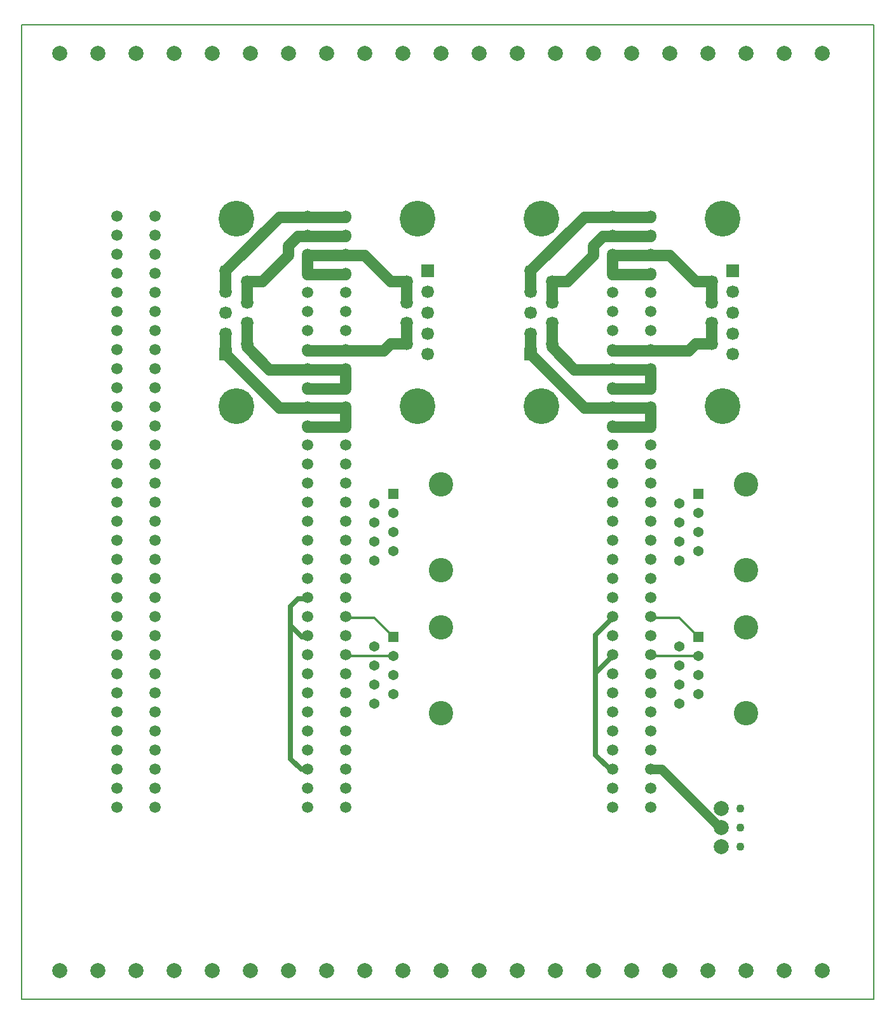
<source format=gtl>
%FSTAX23Y23*%
%MOMM*%
%SFA1B1*%

%IPPOS*%
%ADD10C,0.639999*%
%ADD11C,1.519997*%
%ADD12C,0.299999*%
%ADD13C,1.269997*%
%ADD14C,0.130000*%
%ADD15C,3.249994*%
%ADD16C,1.369997*%
%ADD17R,1.369997X1.369997*%
%ADD18C,1.519997*%
%ADD19C,4.759990*%
%ADD20R,1.689997X1.689997*%
%ADD21C,1.689997*%
%ADD22C,1.999996*%
%ADD23C,1.099998*%
%LNbackplane-1*%
%LPD*%
G54D10*
X117089Y124709D02*
X119379Y126999D01*
X117089Y119629D02*
Y124709D01*
Y119629D02*
X119379Y121919D01*
X117089Y108709D02*
Y119629D01*
X76449Y125989D02*
Y128519D01*
Y108199D02*
Y125989D01*
X77979Y124459*
X76449Y128519D02*
X77469Y129539D01*
X78739*
X117089Y108709D02*
X118999Y106809D01*
X76449Y108199D02*
X77849Y106809D01*
X78739*
G54D11*
X111299Y171789D02*
X113379D01*
X116839Y175259*
Y176529*
X118109Y177799*
X119379*
X124459*
X108459Y170409D02*
Y173179D01*
X115619Y180339*
X119379*
X124459*
X111299Y169019D02*
Y171789D01*
X108459Y162099D02*
Y164869D01*
Y162099D02*
X115619Y154939D01*
X124459Y152399D02*
Y154939D01*
X119379Y152399D02*
X124459D01*
X115619Y154939D02*
X119379D01*
X124459*
X111299Y163019D02*
X114299Y160019D01*
X124459Y157479D02*
Y160019D01*
X119379Y157479D02*
X124459D01*
X111299Y163019D02*
Y163489D01*
Y166259*
X114299Y160019D02*
X119379D01*
X124459*
X132539Y169019D02*
Y171789D01*
X130459D02*
X132539D01*
X126999Y175259D02*
X130459Y171789D01*
X119379Y172719D02*
Y175259D01*
Y172719D02*
X124459D01*
X119379Y175259D02*
X124459D01*
X126999*
X132539Y163489D02*
Y166259D01*
X130459Y163489D02*
X132539D01*
X129539Y162559D02*
X130459Y163489D01*
X119379Y162559D02*
X124459D01*
X129539*
X83819D02*
X88899D01*
X78739D02*
X83819D01*
X88899D02*
X89819Y163489D01*
X91899*
Y166259*
X83819Y175259D02*
X86359D01*
X78739D02*
X83819D01*
X78739Y172719D02*
X83819D01*
X78739D02*
Y175259D01*
X86359D02*
X89819Y171789D01*
X91899*
Y169019D02*
Y171789D01*
X78739Y160019D02*
X83819D01*
X73659D02*
X78739D01*
X70659Y163489D02*
Y166259D01*
Y163019D02*
Y163489D01*
X78739Y157479D02*
X83819D01*
Y160019*
X70659Y163019D02*
X73659Y160019D01*
X78739Y154939D02*
X83819D01*
X74979D02*
X78739D01*
Y152399D02*
X83819D01*
Y154939*
X67819Y162099D02*
X74979Y154939D01*
X67819Y162099D02*
Y164869D01*
X70659Y169019D02*
Y171789D01*
X78739Y180339D02*
X83819D01*
X74979D02*
X78739D01*
X67819Y173179D02*
X74979Y180339D01*
X67819Y170409D02*
Y173179D01*
X78739Y177799D02*
X83819D01*
X77469D02*
X78739D01*
X76199Y176529D02*
X77469Y177799D01*
X76199Y175259D02*
Y176529D01*
X72739Y171789D02*
X76199Y175259D01*
X70659Y171789D02*
X72739D01*
G54D12*
X124459Y121919D02*
X130809D01*
X124459Y126999D02*
X128269D01*
X130809Y124459*
X87629Y126999D02*
X90169Y124459D01*
X83819Y126999D02*
X87629D01*
X83819Y121919D02*
X90169D01*
G54D13*
X133659Y99059D02*
X133859D01*
X125909Y106809D02*
X133659Y99059D01*
X124459Y106809D02*
X125909D01*
G54D14*
X40639Y205999D02*
Y76199D01*
Y205999D02*
X154179D01*
Y76199*
X40639D02*
X154179D01*
G54D15*
X137159Y114299D03*
Y125729D03*
Y133349D03*
Y144779D03*
X96519Y114299D03*
Y125729D03*
Y133349D03*
Y144779D03*
G54D16*
X128269Y115569D03*
X130809Y116839D03*
X128269Y118109D03*
X130809Y119379D03*
X128269Y120649D03*
X130809Y121919D03*
X128269Y123189D03*
Y134619D03*
X130809Y135889D03*
X128269Y137159D03*
X130809Y138429D03*
X128269Y139699D03*
X130809Y140969D03*
X128269Y142239D03*
X87629Y115569D03*
X90169Y116839D03*
X87629Y118109D03*
X90169Y119379D03*
X87629Y120649D03*
X90169Y121919D03*
X87629Y123189D03*
Y134619D03*
X90169Y135889D03*
X87629Y137159D03*
X90169Y138429D03*
X87629Y139699D03*
X90169Y140969D03*
X87629Y142239D03*
G54D17*
X130809Y124459D03*
Y143509D03*
X90169Y124459D03*
Y143509D03*
G54D18*
X119379Y101729D03*
Y104269D03*
Y106809D03*
Y109349D03*
Y111889D03*
Y114429D03*
Y116969D03*
Y119509D03*
Y122049D03*
Y124589D03*
Y127129D03*
Y129669D03*
Y132209D03*
Y134749D03*
Y137289D03*
Y139829D03*
Y142369D03*
Y144909D03*
Y147449D03*
Y149989D03*
Y152529D03*
Y155069D03*
Y157609D03*
Y160149D03*
Y162689D03*
Y165229D03*
Y167769D03*
Y170309D03*
Y172849D03*
Y175389D03*
Y177929D03*
Y180469D03*
X124459Y101729D03*
Y104269D03*
Y106809D03*
Y109349D03*
Y111889D03*
Y114429D03*
Y116969D03*
Y119509D03*
Y122049D03*
Y124589D03*
Y127129D03*
Y129669D03*
Y132209D03*
Y134749D03*
Y137289D03*
Y139829D03*
Y142369D03*
Y144909D03*
Y147449D03*
Y149989D03*
Y152529D03*
Y155069D03*
Y157609D03*
Y160149D03*
Y162689D03*
Y165229D03*
Y167769D03*
Y170309D03*
Y172849D03*
Y175389D03*
Y177929D03*
Y180469D03*
X53339Y101729D03*
Y104269D03*
Y106809D03*
Y109349D03*
Y111889D03*
Y114429D03*
Y116969D03*
Y119509D03*
Y122049D03*
Y124589D03*
Y127129D03*
Y129669D03*
Y132209D03*
Y134749D03*
Y137289D03*
Y139829D03*
Y142369D03*
Y144909D03*
Y147449D03*
Y149989D03*
Y152529D03*
Y155069D03*
Y157609D03*
Y160149D03*
Y162689D03*
Y165229D03*
Y167769D03*
Y170309D03*
Y172849D03*
Y175389D03*
Y177929D03*
Y180469D03*
X58419Y101729D03*
Y104269D03*
Y106809D03*
Y109349D03*
Y111889D03*
Y114429D03*
Y116969D03*
Y119509D03*
Y122049D03*
Y124589D03*
Y127129D03*
Y129669D03*
Y132209D03*
Y134749D03*
Y137289D03*
Y139829D03*
Y142369D03*
Y144909D03*
Y147449D03*
Y149989D03*
Y152529D03*
Y155069D03*
Y157609D03*
Y160149D03*
Y162689D03*
Y165229D03*
Y167769D03*
Y170309D03*
Y172849D03*
Y175389D03*
Y177929D03*
Y180469D03*
X78739Y101729D03*
Y104269D03*
Y106809D03*
Y109349D03*
Y111889D03*
Y114429D03*
Y116969D03*
Y119509D03*
Y122049D03*
Y124589D03*
Y127129D03*
Y129669D03*
Y132209D03*
Y134749D03*
Y137289D03*
Y139829D03*
Y142369D03*
Y144909D03*
Y147449D03*
Y149989D03*
Y152529D03*
Y155069D03*
Y157609D03*
Y160149D03*
Y162689D03*
Y165229D03*
Y167769D03*
Y170309D03*
Y172849D03*
Y175389D03*
Y177929D03*
Y180469D03*
X83819Y101729D03*
Y104269D03*
Y106809D03*
Y109349D03*
Y111889D03*
Y114429D03*
Y116969D03*
Y119509D03*
Y122049D03*
Y124589D03*
Y127129D03*
Y129669D03*
Y132209D03*
Y134749D03*
Y137289D03*
Y139829D03*
Y142369D03*
Y144909D03*
Y147449D03*
Y149989D03*
Y152529D03*
Y155069D03*
Y157609D03*
Y160149D03*
Y162689D03*
Y165229D03*
Y167769D03*
Y170309D03*
Y172849D03*
Y175389D03*
Y177929D03*
Y180469D03*
G54D19*
X133959Y155149D03*
Y180129D03*
X109879D03*
Y155149D03*
X93319D03*
Y180129D03*
X69239D03*
Y155149D03*
G54D20*
X135379Y173179D03*
X108459Y162099D03*
X94739Y173179D03*
X67819Y162099D03*
G54D21*
X132539Y171789D03*
X135379Y170409D03*
X132539Y169019D03*
X135379Y167639D03*
X132539Y166259D03*
X135379Y164869D03*
X132539Y163489D03*
X135379Y162099D03*
X111299Y163489D03*
X108459Y164869D03*
X111299Y166259D03*
X108459Y167639D03*
X111299Y169019D03*
X108459Y170409D03*
X111299Y171789D03*
X108459Y173179D03*
X91899Y171789D03*
X94739Y170409D03*
X91899Y169019D03*
X94739Y167639D03*
X91899Y166259D03*
X94739Y164869D03*
X91899Y163489D03*
X94739Y162099D03*
X70659Y163489D03*
X67819Y164869D03*
X70659Y166259D03*
X67819Y167639D03*
X70659Y169019D03*
X67819Y170409D03*
X70659Y171789D03*
X67819Y173179D03*
G54D22*
X45719Y79979D03*
X50799D03*
Y202209D03*
X45719D03*
X137159Y79979D03*
X142239D03*
X147319D03*
X96519D03*
X101599D03*
X111759D03*
X106679D03*
X126999D03*
X132079D03*
X121919D03*
X116839D03*
X76199D03*
X81279D03*
X91439D03*
X86359D03*
X66039D03*
X71119D03*
X60959D03*
X55879D03*
X147319Y202209D03*
X106679D03*
X101599D03*
X111759D03*
X126999D03*
X116839D03*
X121919D03*
X142239D03*
X132079D03*
X137159D03*
X91439D03*
X86359D03*
X96519D03*
X76199D03*
X71119D03*
X81279D03*
X66039D03*
X55879D03*
X60959D03*
X133859Y101599D03*
Y99059D03*
Y96519D03*
G54D23*
X136399Y101599D03*
Y99059D03*
Y96519D03*
M02*
</source>
